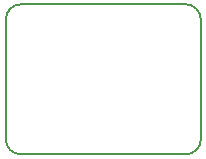
<source format=gbr>
G04 #@! TF.GenerationSoftware,KiCad,Pcbnew,(5.0.2-5-10.14)*
G04 #@! TF.CreationDate,2019-03-07T11:44:03+01:00*
G04 #@! TF.ProjectId,jtag-swd,6a746167-2d73-4776-942e-6b696361645f,rev?*
G04 #@! TF.SameCoordinates,Original*
G04 #@! TF.FileFunction,Profile,NP*
%FSLAX46Y46*%
G04 Gerber Fmt 4.6, Leading zero omitted, Abs format (unit mm)*
G04 Created by KiCad (PCBNEW (5.0.2-5-10.14)) date 2019 March 07, Thursday 11:44:03*
%MOMM*%
%LPD*%
G01*
G04 APERTURE LIST*
%ADD10C,0.150000*%
G04 APERTURE END LIST*
D10*
X73030000Y-43080000D02*
G75*
G02X74300000Y-41810000I1270000J0D01*
G01*
X74300000Y-54510000D02*
G75*
G02X73030000Y-53240000I0J1270000D01*
G01*
X89540000Y-53240000D02*
G75*
G02X88270000Y-54510000I-1270000J0D01*
G01*
X88270000Y-41810000D02*
G75*
G02X89540000Y-43080000I0J-1270000D01*
G01*
X88270000Y-41810000D02*
X74300000Y-41810000D01*
X89540000Y-53240000D02*
X89540000Y-43080000D01*
X74300000Y-54510000D02*
X88270000Y-54510000D01*
X73030000Y-43080000D02*
X73030000Y-53240000D01*
M02*

</source>
